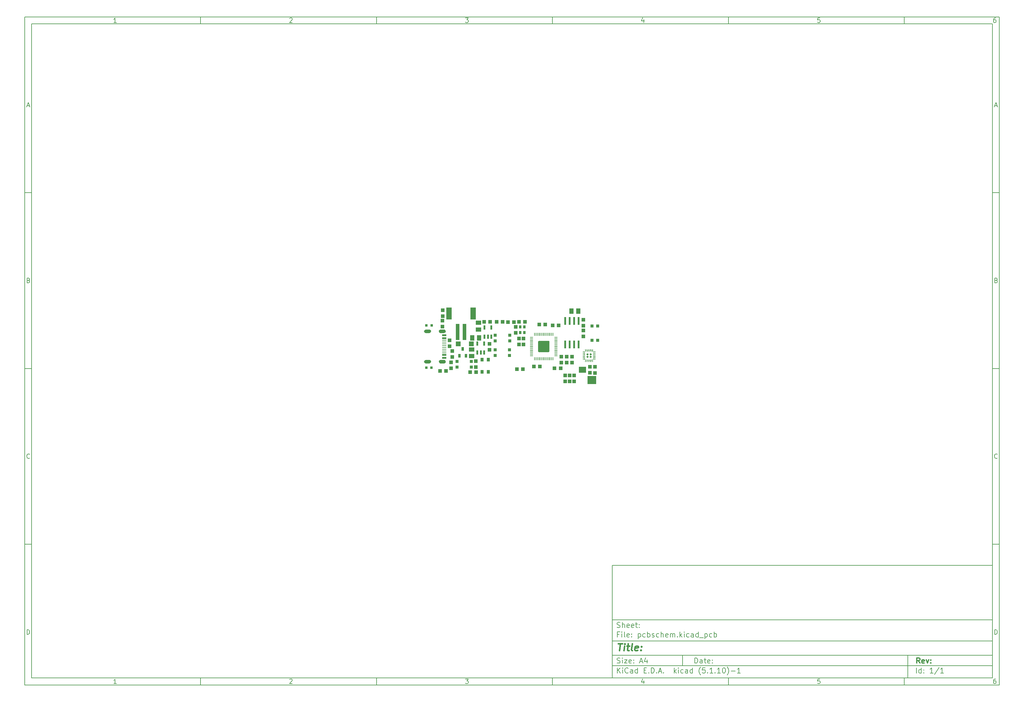
<source format=gbr>
%TF.GenerationSoftware,KiCad,Pcbnew,(5.1.10)-1*%
%TF.CreationDate,2021-10-05T18:10:51-07:00*%
%TF.ProjectId,pcbschem,70636273-6368-4656-9d2e-6b696361645f,rev?*%
%TF.SameCoordinates,Original*%
%TF.FileFunction,Paste,Top*%
%TF.FilePolarity,Positive*%
%FSLAX46Y46*%
G04 Gerber Fmt 4.6, Leading zero omitted, Abs format (unit mm)*
G04 Created by KiCad (PCBNEW (5.1.10)-1) date 2021-10-05 18:10:51*
%MOMM*%
%LPD*%
G01*
G04 APERTURE LIST*
%ADD10C,0.100000*%
%ADD11C,0.150000*%
%ADD12C,0.300000*%
%ADD13C,0.400000*%
%ADD14R,0.850000X1.000000*%
%ADD15R,0.900000X0.900000*%
%ADD16R,1.000000X1.100000*%
%ADD17R,0.250000X0.500000*%
%ADD18R,0.500000X0.250000*%
%ADD19R,0.050000X0.050000*%
%ADD20R,0.080000X0.130000*%
%ADD21R,0.130000X0.080000*%
%ADD22R,0.635000X1.270000*%
%ADD23R,1.000000X1.075000*%
%ADD24R,1.075000X1.000000*%
%ADD25R,0.200000X0.875000*%
%ADD26R,0.875000X0.200000*%
%ADD27R,0.750000X0.900000*%
%ADD28R,1.150000X0.575000*%
%ADD29R,1.150000X0.275000*%
%ADD30R,0.635000X1.016000*%
%ADD31R,0.800000X0.800000*%
%ADD32R,1.400000X1.400000*%
%ADD33R,1.240000X1.500000*%
%ADD34R,0.600000X2.200000*%
%ADD35R,1.500000X1.240000*%
%ADD36R,0.550000X1.200000*%
%ADD37R,1.000000X4.600000*%
%ADD38R,1.600000X3.400000*%
G04 APERTURE END LIST*
D10*
D11*
X177002200Y-166007200D02*
X177002200Y-198007200D01*
X285002200Y-198007200D01*
X285002200Y-166007200D01*
X177002200Y-166007200D01*
D10*
D11*
X10000000Y-10000000D02*
X10000000Y-200007200D01*
X287002200Y-200007200D01*
X287002200Y-10000000D01*
X10000000Y-10000000D01*
D10*
D11*
X12000000Y-12000000D02*
X12000000Y-198007200D01*
X285002200Y-198007200D01*
X285002200Y-12000000D01*
X12000000Y-12000000D01*
D10*
D11*
X60000000Y-12000000D02*
X60000000Y-10000000D01*
D10*
D11*
X110000000Y-12000000D02*
X110000000Y-10000000D01*
D10*
D11*
X160000000Y-12000000D02*
X160000000Y-10000000D01*
D10*
D11*
X210000000Y-12000000D02*
X210000000Y-10000000D01*
D10*
D11*
X260000000Y-12000000D02*
X260000000Y-10000000D01*
D10*
D11*
X36065476Y-11588095D02*
X35322619Y-11588095D01*
X35694047Y-11588095D02*
X35694047Y-10288095D01*
X35570238Y-10473809D01*
X35446428Y-10597619D01*
X35322619Y-10659523D01*
D10*
D11*
X85322619Y-10411904D02*
X85384523Y-10350000D01*
X85508333Y-10288095D01*
X85817857Y-10288095D01*
X85941666Y-10350000D01*
X86003571Y-10411904D01*
X86065476Y-10535714D01*
X86065476Y-10659523D01*
X86003571Y-10845238D01*
X85260714Y-11588095D01*
X86065476Y-11588095D01*
D10*
D11*
X135260714Y-10288095D02*
X136065476Y-10288095D01*
X135632142Y-10783333D01*
X135817857Y-10783333D01*
X135941666Y-10845238D01*
X136003571Y-10907142D01*
X136065476Y-11030952D01*
X136065476Y-11340476D01*
X136003571Y-11464285D01*
X135941666Y-11526190D01*
X135817857Y-11588095D01*
X135446428Y-11588095D01*
X135322619Y-11526190D01*
X135260714Y-11464285D01*
D10*
D11*
X185941666Y-10721428D02*
X185941666Y-11588095D01*
X185632142Y-10226190D02*
X185322619Y-11154761D01*
X186127380Y-11154761D01*
D10*
D11*
X236003571Y-10288095D02*
X235384523Y-10288095D01*
X235322619Y-10907142D01*
X235384523Y-10845238D01*
X235508333Y-10783333D01*
X235817857Y-10783333D01*
X235941666Y-10845238D01*
X236003571Y-10907142D01*
X236065476Y-11030952D01*
X236065476Y-11340476D01*
X236003571Y-11464285D01*
X235941666Y-11526190D01*
X235817857Y-11588095D01*
X235508333Y-11588095D01*
X235384523Y-11526190D01*
X235322619Y-11464285D01*
D10*
D11*
X285941666Y-10288095D02*
X285694047Y-10288095D01*
X285570238Y-10350000D01*
X285508333Y-10411904D01*
X285384523Y-10597619D01*
X285322619Y-10845238D01*
X285322619Y-11340476D01*
X285384523Y-11464285D01*
X285446428Y-11526190D01*
X285570238Y-11588095D01*
X285817857Y-11588095D01*
X285941666Y-11526190D01*
X286003571Y-11464285D01*
X286065476Y-11340476D01*
X286065476Y-11030952D01*
X286003571Y-10907142D01*
X285941666Y-10845238D01*
X285817857Y-10783333D01*
X285570238Y-10783333D01*
X285446428Y-10845238D01*
X285384523Y-10907142D01*
X285322619Y-11030952D01*
D10*
D11*
X60000000Y-198007200D02*
X60000000Y-200007200D01*
D10*
D11*
X110000000Y-198007200D02*
X110000000Y-200007200D01*
D10*
D11*
X160000000Y-198007200D02*
X160000000Y-200007200D01*
D10*
D11*
X210000000Y-198007200D02*
X210000000Y-200007200D01*
D10*
D11*
X260000000Y-198007200D02*
X260000000Y-200007200D01*
D10*
D11*
X36065476Y-199595295D02*
X35322619Y-199595295D01*
X35694047Y-199595295D02*
X35694047Y-198295295D01*
X35570238Y-198481009D01*
X35446428Y-198604819D01*
X35322619Y-198666723D01*
D10*
D11*
X85322619Y-198419104D02*
X85384523Y-198357200D01*
X85508333Y-198295295D01*
X85817857Y-198295295D01*
X85941666Y-198357200D01*
X86003571Y-198419104D01*
X86065476Y-198542914D01*
X86065476Y-198666723D01*
X86003571Y-198852438D01*
X85260714Y-199595295D01*
X86065476Y-199595295D01*
D10*
D11*
X135260714Y-198295295D02*
X136065476Y-198295295D01*
X135632142Y-198790533D01*
X135817857Y-198790533D01*
X135941666Y-198852438D01*
X136003571Y-198914342D01*
X136065476Y-199038152D01*
X136065476Y-199347676D01*
X136003571Y-199471485D01*
X135941666Y-199533390D01*
X135817857Y-199595295D01*
X135446428Y-199595295D01*
X135322619Y-199533390D01*
X135260714Y-199471485D01*
D10*
D11*
X185941666Y-198728628D02*
X185941666Y-199595295D01*
X185632142Y-198233390D02*
X185322619Y-199161961D01*
X186127380Y-199161961D01*
D10*
D11*
X236003571Y-198295295D02*
X235384523Y-198295295D01*
X235322619Y-198914342D01*
X235384523Y-198852438D01*
X235508333Y-198790533D01*
X235817857Y-198790533D01*
X235941666Y-198852438D01*
X236003571Y-198914342D01*
X236065476Y-199038152D01*
X236065476Y-199347676D01*
X236003571Y-199471485D01*
X235941666Y-199533390D01*
X235817857Y-199595295D01*
X235508333Y-199595295D01*
X235384523Y-199533390D01*
X235322619Y-199471485D01*
D10*
D11*
X285941666Y-198295295D02*
X285694047Y-198295295D01*
X285570238Y-198357200D01*
X285508333Y-198419104D01*
X285384523Y-198604819D01*
X285322619Y-198852438D01*
X285322619Y-199347676D01*
X285384523Y-199471485D01*
X285446428Y-199533390D01*
X285570238Y-199595295D01*
X285817857Y-199595295D01*
X285941666Y-199533390D01*
X286003571Y-199471485D01*
X286065476Y-199347676D01*
X286065476Y-199038152D01*
X286003571Y-198914342D01*
X285941666Y-198852438D01*
X285817857Y-198790533D01*
X285570238Y-198790533D01*
X285446428Y-198852438D01*
X285384523Y-198914342D01*
X285322619Y-199038152D01*
D10*
D11*
X10000000Y-60000000D02*
X12000000Y-60000000D01*
D10*
D11*
X10000000Y-110000000D02*
X12000000Y-110000000D01*
D10*
D11*
X10000000Y-160000000D02*
X12000000Y-160000000D01*
D10*
D11*
X10690476Y-35216666D02*
X11309523Y-35216666D01*
X10566666Y-35588095D02*
X11000000Y-34288095D01*
X11433333Y-35588095D01*
D10*
D11*
X11092857Y-84907142D02*
X11278571Y-84969047D01*
X11340476Y-85030952D01*
X11402380Y-85154761D01*
X11402380Y-85340476D01*
X11340476Y-85464285D01*
X11278571Y-85526190D01*
X11154761Y-85588095D01*
X10659523Y-85588095D01*
X10659523Y-84288095D01*
X11092857Y-84288095D01*
X11216666Y-84350000D01*
X11278571Y-84411904D01*
X11340476Y-84535714D01*
X11340476Y-84659523D01*
X11278571Y-84783333D01*
X11216666Y-84845238D01*
X11092857Y-84907142D01*
X10659523Y-84907142D01*
D10*
D11*
X11402380Y-135464285D02*
X11340476Y-135526190D01*
X11154761Y-135588095D01*
X11030952Y-135588095D01*
X10845238Y-135526190D01*
X10721428Y-135402380D01*
X10659523Y-135278571D01*
X10597619Y-135030952D01*
X10597619Y-134845238D01*
X10659523Y-134597619D01*
X10721428Y-134473809D01*
X10845238Y-134350000D01*
X11030952Y-134288095D01*
X11154761Y-134288095D01*
X11340476Y-134350000D01*
X11402380Y-134411904D01*
D10*
D11*
X10659523Y-185588095D02*
X10659523Y-184288095D01*
X10969047Y-184288095D01*
X11154761Y-184350000D01*
X11278571Y-184473809D01*
X11340476Y-184597619D01*
X11402380Y-184845238D01*
X11402380Y-185030952D01*
X11340476Y-185278571D01*
X11278571Y-185402380D01*
X11154761Y-185526190D01*
X10969047Y-185588095D01*
X10659523Y-185588095D01*
D10*
D11*
X287002200Y-60000000D02*
X285002200Y-60000000D01*
D10*
D11*
X287002200Y-110000000D02*
X285002200Y-110000000D01*
D10*
D11*
X287002200Y-160000000D02*
X285002200Y-160000000D01*
D10*
D11*
X285692676Y-35216666D02*
X286311723Y-35216666D01*
X285568866Y-35588095D02*
X286002200Y-34288095D01*
X286435533Y-35588095D01*
D10*
D11*
X286095057Y-84907142D02*
X286280771Y-84969047D01*
X286342676Y-85030952D01*
X286404580Y-85154761D01*
X286404580Y-85340476D01*
X286342676Y-85464285D01*
X286280771Y-85526190D01*
X286156961Y-85588095D01*
X285661723Y-85588095D01*
X285661723Y-84288095D01*
X286095057Y-84288095D01*
X286218866Y-84350000D01*
X286280771Y-84411904D01*
X286342676Y-84535714D01*
X286342676Y-84659523D01*
X286280771Y-84783333D01*
X286218866Y-84845238D01*
X286095057Y-84907142D01*
X285661723Y-84907142D01*
D10*
D11*
X286404580Y-135464285D02*
X286342676Y-135526190D01*
X286156961Y-135588095D01*
X286033152Y-135588095D01*
X285847438Y-135526190D01*
X285723628Y-135402380D01*
X285661723Y-135278571D01*
X285599819Y-135030952D01*
X285599819Y-134845238D01*
X285661723Y-134597619D01*
X285723628Y-134473809D01*
X285847438Y-134350000D01*
X286033152Y-134288095D01*
X286156961Y-134288095D01*
X286342676Y-134350000D01*
X286404580Y-134411904D01*
D10*
D11*
X285661723Y-185588095D02*
X285661723Y-184288095D01*
X285971247Y-184288095D01*
X286156961Y-184350000D01*
X286280771Y-184473809D01*
X286342676Y-184597619D01*
X286404580Y-184845238D01*
X286404580Y-185030952D01*
X286342676Y-185278571D01*
X286280771Y-185402380D01*
X286156961Y-185526190D01*
X285971247Y-185588095D01*
X285661723Y-185588095D01*
D10*
D11*
X200434342Y-193785771D02*
X200434342Y-192285771D01*
X200791485Y-192285771D01*
X201005771Y-192357200D01*
X201148628Y-192500057D01*
X201220057Y-192642914D01*
X201291485Y-192928628D01*
X201291485Y-193142914D01*
X201220057Y-193428628D01*
X201148628Y-193571485D01*
X201005771Y-193714342D01*
X200791485Y-193785771D01*
X200434342Y-193785771D01*
X202577200Y-193785771D02*
X202577200Y-193000057D01*
X202505771Y-192857200D01*
X202362914Y-192785771D01*
X202077200Y-192785771D01*
X201934342Y-192857200D01*
X202577200Y-193714342D02*
X202434342Y-193785771D01*
X202077200Y-193785771D01*
X201934342Y-193714342D01*
X201862914Y-193571485D01*
X201862914Y-193428628D01*
X201934342Y-193285771D01*
X202077200Y-193214342D01*
X202434342Y-193214342D01*
X202577200Y-193142914D01*
X203077200Y-192785771D02*
X203648628Y-192785771D01*
X203291485Y-192285771D02*
X203291485Y-193571485D01*
X203362914Y-193714342D01*
X203505771Y-193785771D01*
X203648628Y-193785771D01*
X204720057Y-193714342D02*
X204577200Y-193785771D01*
X204291485Y-193785771D01*
X204148628Y-193714342D01*
X204077200Y-193571485D01*
X204077200Y-193000057D01*
X204148628Y-192857200D01*
X204291485Y-192785771D01*
X204577200Y-192785771D01*
X204720057Y-192857200D01*
X204791485Y-193000057D01*
X204791485Y-193142914D01*
X204077200Y-193285771D01*
X205434342Y-193642914D02*
X205505771Y-193714342D01*
X205434342Y-193785771D01*
X205362914Y-193714342D01*
X205434342Y-193642914D01*
X205434342Y-193785771D01*
X205434342Y-192857200D02*
X205505771Y-192928628D01*
X205434342Y-193000057D01*
X205362914Y-192928628D01*
X205434342Y-192857200D01*
X205434342Y-193000057D01*
D10*
D11*
X177002200Y-194507200D02*
X285002200Y-194507200D01*
D10*
D11*
X178434342Y-196585771D02*
X178434342Y-195085771D01*
X179291485Y-196585771D02*
X178648628Y-195728628D01*
X179291485Y-195085771D02*
X178434342Y-195942914D01*
X179934342Y-196585771D02*
X179934342Y-195585771D01*
X179934342Y-195085771D02*
X179862914Y-195157200D01*
X179934342Y-195228628D01*
X180005771Y-195157200D01*
X179934342Y-195085771D01*
X179934342Y-195228628D01*
X181505771Y-196442914D02*
X181434342Y-196514342D01*
X181220057Y-196585771D01*
X181077200Y-196585771D01*
X180862914Y-196514342D01*
X180720057Y-196371485D01*
X180648628Y-196228628D01*
X180577200Y-195942914D01*
X180577200Y-195728628D01*
X180648628Y-195442914D01*
X180720057Y-195300057D01*
X180862914Y-195157200D01*
X181077200Y-195085771D01*
X181220057Y-195085771D01*
X181434342Y-195157200D01*
X181505771Y-195228628D01*
X182791485Y-196585771D02*
X182791485Y-195800057D01*
X182720057Y-195657200D01*
X182577200Y-195585771D01*
X182291485Y-195585771D01*
X182148628Y-195657200D01*
X182791485Y-196514342D02*
X182648628Y-196585771D01*
X182291485Y-196585771D01*
X182148628Y-196514342D01*
X182077200Y-196371485D01*
X182077200Y-196228628D01*
X182148628Y-196085771D01*
X182291485Y-196014342D01*
X182648628Y-196014342D01*
X182791485Y-195942914D01*
X184148628Y-196585771D02*
X184148628Y-195085771D01*
X184148628Y-196514342D02*
X184005771Y-196585771D01*
X183720057Y-196585771D01*
X183577200Y-196514342D01*
X183505771Y-196442914D01*
X183434342Y-196300057D01*
X183434342Y-195871485D01*
X183505771Y-195728628D01*
X183577200Y-195657200D01*
X183720057Y-195585771D01*
X184005771Y-195585771D01*
X184148628Y-195657200D01*
X186005771Y-195800057D02*
X186505771Y-195800057D01*
X186720057Y-196585771D02*
X186005771Y-196585771D01*
X186005771Y-195085771D01*
X186720057Y-195085771D01*
X187362914Y-196442914D02*
X187434342Y-196514342D01*
X187362914Y-196585771D01*
X187291485Y-196514342D01*
X187362914Y-196442914D01*
X187362914Y-196585771D01*
X188077200Y-196585771D02*
X188077200Y-195085771D01*
X188434342Y-195085771D01*
X188648628Y-195157200D01*
X188791485Y-195300057D01*
X188862914Y-195442914D01*
X188934342Y-195728628D01*
X188934342Y-195942914D01*
X188862914Y-196228628D01*
X188791485Y-196371485D01*
X188648628Y-196514342D01*
X188434342Y-196585771D01*
X188077200Y-196585771D01*
X189577200Y-196442914D02*
X189648628Y-196514342D01*
X189577200Y-196585771D01*
X189505771Y-196514342D01*
X189577200Y-196442914D01*
X189577200Y-196585771D01*
X190220057Y-196157200D02*
X190934342Y-196157200D01*
X190077200Y-196585771D02*
X190577200Y-195085771D01*
X191077200Y-196585771D01*
X191577200Y-196442914D02*
X191648628Y-196514342D01*
X191577200Y-196585771D01*
X191505771Y-196514342D01*
X191577200Y-196442914D01*
X191577200Y-196585771D01*
X194577200Y-196585771D02*
X194577200Y-195085771D01*
X194720057Y-196014342D02*
X195148628Y-196585771D01*
X195148628Y-195585771D02*
X194577200Y-196157200D01*
X195791485Y-196585771D02*
X195791485Y-195585771D01*
X195791485Y-195085771D02*
X195720057Y-195157200D01*
X195791485Y-195228628D01*
X195862914Y-195157200D01*
X195791485Y-195085771D01*
X195791485Y-195228628D01*
X197148628Y-196514342D02*
X197005771Y-196585771D01*
X196720057Y-196585771D01*
X196577200Y-196514342D01*
X196505771Y-196442914D01*
X196434342Y-196300057D01*
X196434342Y-195871485D01*
X196505771Y-195728628D01*
X196577200Y-195657200D01*
X196720057Y-195585771D01*
X197005771Y-195585771D01*
X197148628Y-195657200D01*
X198434342Y-196585771D02*
X198434342Y-195800057D01*
X198362914Y-195657200D01*
X198220057Y-195585771D01*
X197934342Y-195585771D01*
X197791485Y-195657200D01*
X198434342Y-196514342D02*
X198291485Y-196585771D01*
X197934342Y-196585771D01*
X197791485Y-196514342D01*
X197720057Y-196371485D01*
X197720057Y-196228628D01*
X197791485Y-196085771D01*
X197934342Y-196014342D01*
X198291485Y-196014342D01*
X198434342Y-195942914D01*
X199791485Y-196585771D02*
X199791485Y-195085771D01*
X199791485Y-196514342D02*
X199648628Y-196585771D01*
X199362914Y-196585771D01*
X199220057Y-196514342D01*
X199148628Y-196442914D01*
X199077200Y-196300057D01*
X199077200Y-195871485D01*
X199148628Y-195728628D01*
X199220057Y-195657200D01*
X199362914Y-195585771D01*
X199648628Y-195585771D01*
X199791485Y-195657200D01*
X202077200Y-197157200D02*
X202005771Y-197085771D01*
X201862914Y-196871485D01*
X201791485Y-196728628D01*
X201720057Y-196514342D01*
X201648628Y-196157200D01*
X201648628Y-195871485D01*
X201720057Y-195514342D01*
X201791485Y-195300057D01*
X201862914Y-195157200D01*
X202005771Y-194942914D01*
X202077200Y-194871485D01*
X203362914Y-195085771D02*
X202648628Y-195085771D01*
X202577200Y-195800057D01*
X202648628Y-195728628D01*
X202791485Y-195657200D01*
X203148628Y-195657200D01*
X203291485Y-195728628D01*
X203362914Y-195800057D01*
X203434342Y-195942914D01*
X203434342Y-196300057D01*
X203362914Y-196442914D01*
X203291485Y-196514342D01*
X203148628Y-196585771D01*
X202791485Y-196585771D01*
X202648628Y-196514342D01*
X202577200Y-196442914D01*
X204077200Y-196442914D02*
X204148628Y-196514342D01*
X204077200Y-196585771D01*
X204005771Y-196514342D01*
X204077200Y-196442914D01*
X204077200Y-196585771D01*
X205577200Y-196585771D02*
X204720057Y-196585771D01*
X205148628Y-196585771D02*
X205148628Y-195085771D01*
X205005771Y-195300057D01*
X204862914Y-195442914D01*
X204720057Y-195514342D01*
X206220057Y-196442914D02*
X206291485Y-196514342D01*
X206220057Y-196585771D01*
X206148628Y-196514342D01*
X206220057Y-196442914D01*
X206220057Y-196585771D01*
X207720057Y-196585771D02*
X206862914Y-196585771D01*
X207291485Y-196585771D02*
X207291485Y-195085771D01*
X207148628Y-195300057D01*
X207005771Y-195442914D01*
X206862914Y-195514342D01*
X208648628Y-195085771D02*
X208791485Y-195085771D01*
X208934342Y-195157200D01*
X209005771Y-195228628D01*
X209077200Y-195371485D01*
X209148628Y-195657200D01*
X209148628Y-196014342D01*
X209077200Y-196300057D01*
X209005771Y-196442914D01*
X208934342Y-196514342D01*
X208791485Y-196585771D01*
X208648628Y-196585771D01*
X208505771Y-196514342D01*
X208434342Y-196442914D01*
X208362914Y-196300057D01*
X208291485Y-196014342D01*
X208291485Y-195657200D01*
X208362914Y-195371485D01*
X208434342Y-195228628D01*
X208505771Y-195157200D01*
X208648628Y-195085771D01*
X209648628Y-197157200D02*
X209720057Y-197085771D01*
X209862914Y-196871485D01*
X209934342Y-196728628D01*
X210005771Y-196514342D01*
X210077200Y-196157200D01*
X210077200Y-195871485D01*
X210005771Y-195514342D01*
X209934342Y-195300057D01*
X209862914Y-195157200D01*
X209720057Y-194942914D01*
X209648628Y-194871485D01*
X210791485Y-196014342D02*
X211934342Y-196014342D01*
X213434342Y-196585771D02*
X212577200Y-196585771D01*
X213005771Y-196585771D02*
X213005771Y-195085771D01*
X212862914Y-195300057D01*
X212720057Y-195442914D01*
X212577200Y-195514342D01*
D10*
D11*
X177002200Y-191507200D02*
X285002200Y-191507200D01*
D10*
D12*
X264411485Y-193785771D02*
X263911485Y-193071485D01*
X263554342Y-193785771D02*
X263554342Y-192285771D01*
X264125771Y-192285771D01*
X264268628Y-192357200D01*
X264340057Y-192428628D01*
X264411485Y-192571485D01*
X264411485Y-192785771D01*
X264340057Y-192928628D01*
X264268628Y-193000057D01*
X264125771Y-193071485D01*
X263554342Y-193071485D01*
X265625771Y-193714342D02*
X265482914Y-193785771D01*
X265197200Y-193785771D01*
X265054342Y-193714342D01*
X264982914Y-193571485D01*
X264982914Y-193000057D01*
X265054342Y-192857200D01*
X265197200Y-192785771D01*
X265482914Y-192785771D01*
X265625771Y-192857200D01*
X265697200Y-193000057D01*
X265697200Y-193142914D01*
X264982914Y-193285771D01*
X266197200Y-192785771D02*
X266554342Y-193785771D01*
X266911485Y-192785771D01*
X267482914Y-193642914D02*
X267554342Y-193714342D01*
X267482914Y-193785771D01*
X267411485Y-193714342D01*
X267482914Y-193642914D01*
X267482914Y-193785771D01*
X267482914Y-192857200D02*
X267554342Y-192928628D01*
X267482914Y-193000057D01*
X267411485Y-192928628D01*
X267482914Y-192857200D01*
X267482914Y-193000057D01*
D10*
D11*
X178362914Y-193714342D02*
X178577200Y-193785771D01*
X178934342Y-193785771D01*
X179077200Y-193714342D01*
X179148628Y-193642914D01*
X179220057Y-193500057D01*
X179220057Y-193357200D01*
X179148628Y-193214342D01*
X179077200Y-193142914D01*
X178934342Y-193071485D01*
X178648628Y-193000057D01*
X178505771Y-192928628D01*
X178434342Y-192857200D01*
X178362914Y-192714342D01*
X178362914Y-192571485D01*
X178434342Y-192428628D01*
X178505771Y-192357200D01*
X178648628Y-192285771D01*
X179005771Y-192285771D01*
X179220057Y-192357200D01*
X179862914Y-193785771D02*
X179862914Y-192785771D01*
X179862914Y-192285771D02*
X179791485Y-192357200D01*
X179862914Y-192428628D01*
X179934342Y-192357200D01*
X179862914Y-192285771D01*
X179862914Y-192428628D01*
X180434342Y-192785771D02*
X181220057Y-192785771D01*
X180434342Y-193785771D01*
X181220057Y-193785771D01*
X182362914Y-193714342D02*
X182220057Y-193785771D01*
X181934342Y-193785771D01*
X181791485Y-193714342D01*
X181720057Y-193571485D01*
X181720057Y-193000057D01*
X181791485Y-192857200D01*
X181934342Y-192785771D01*
X182220057Y-192785771D01*
X182362914Y-192857200D01*
X182434342Y-193000057D01*
X182434342Y-193142914D01*
X181720057Y-193285771D01*
X183077200Y-193642914D02*
X183148628Y-193714342D01*
X183077200Y-193785771D01*
X183005771Y-193714342D01*
X183077200Y-193642914D01*
X183077200Y-193785771D01*
X183077200Y-192857200D02*
X183148628Y-192928628D01*
X183077200Y-193000057D01*
X183005771Y-192928628D01*
X183077200Y-192857200D01*
X183077200Y-193000057D01*
X184862914Y-193357200D02*
X185577200Y-193357200D01*
X184720057Y-193785771D02*
X185220057Y-192285771D01*
X185720057Y-193785771D01*
X186862914Y-192785771D02*
X186862914Y-193785771D01*
X186505771Y-192214342D02*
X186148628Y-193285771D01*
X187077200Y-193285771D01*
D10*
D11*
X263434342Y-196585771D02*
X263434342Y-195085771D01*
X264791485Y-196585771D02*
X264791485Y-195085771D01*
X264791485Y-196514342D02*
X264648628Y-196585771D01*
X264362914Y-196585771D01*
X264220057Y-196514342D01*
X264148628Y-196442914D01*
X264077200Y-196300057D01*
X264077200Y-195871485D01*
X264148628Y-195728628D01*
X264220057Y-195657200D01*
X264362914Y-195585771D01*
X264648628Y-195585771D01*
X264791485Y-195657200D01*
X265505771Y-196442914D02*
X265577200Y-196514342D01*
X265505771Y-196585771D01*
X265434342Y-196514342D01*
X265505771Y-196442914D01*
X265505771Y-196585771D01*
X265505771Y-195657200D02*
X265577200Y-195728628D01*
X265505771Y-195800057D01*
X265434342Y-195728628D01*
X265505771Y-195657200D01*
X265505771Y-195800057D01*
X268148628Y-196585771D02*
X267291485Y-196585771D01*
X267720057Y-196585771D02*
X267720057Y-195085771D01*
X267577200Y-195300057D01*
X267434342Y-195442914D01*
X267291485Y-195514342D01*
X269862914Y-195014342D02*
X268577200Y-196942914D01*
X271148628Y-196585771D02*
X270291485Y-196585771D01*
X270720057Y-196585771D02*
X270720057Y-195085771D01*
X270577200Y-195300057D01*
X270434342Y-195442914D01*
X270291485Y-195514342D01*
D10*
D11*
X177002200Y-187507200D02*
X285002200Y-187507200D01*
D10*
D13*
X178714580Y-188211961D02*
X179857438Y-188211961D01*
X179036009Y-190211961D02*
X179286009Y-188211961D01*
X180274104Y-190211961D02*
X180440771Y-188878628D01*
X180524104Y-188211961D02*
X180416961Y-188307200D01*
X180500295Y-188402438D01*
X180607438Y-188307200D01*
X180524104Y-188211961D01*
X180500295Y-188402438D01*
X181107438Y-188878628D02*
X181869342Y-188878628D01*
X181476485Y-188211961D02*
X181262200Y-189926247D01*
X181333628Y-190116723D01*
X181512200Y-190211961D01*
X181702676Y-190211961D01*
X182655057Y-190211961D02*
X182476485Y-190116723D01*
X182405057Y-189926247D01*
X182619342Y-188211961D01*
X184190771Y-190116723D02*
X183988390Y-190211961D01*
X183607438Y-190211961D01*
X183428866Y-190116723D01*
X183357438Y-189926247D01*
X183452676Y-189164342D01*
X183571723Y-188973866D01*
X183774104Y-188878628D01*
X184155057Y-188878628D01*
X184333628Y-188973866D01*
X184405057Y-189164342D01*
X184381247Y-189354819D01*
X183405057Y-189545295D01*
X185155057Y-190021485D02*
X185238390Y-190116723D01*
X185131247Y-190211961D01*
X185047914Y-190116723D01*
X185155057Y-190021485D01*
X185131247Y-190211961D01*
X185286009Y-188973866D02*
X185369342Y-189069104D01*
X185262200Y-189164342D01*
X185178866Y-189069104D01*
X185286009Y-188973866D01*
X185262200Y-189164342D01*
D10*
D11*
X178934342Y-185600057D02*
X178434342Y-185600057D01*
X178434342Y-186385771D02*
X178434342Y-184885771D01*
X179148628Y-184885771D01*
X179720057Y-186385771D02*
X179720057Y-185385771D01*
X179720057Y-184885771D02*
X179648628Y-184957200D01*
X179720057Y-185028628D01*
X179791485Y-184957200D01*
X179720057Y-184885771D01*
X179720057Y-185028628D01*
X180648628Y-186385771D02*
X180505771Y-186314342D01*
X180434342Y-186171485D01*
X180434342Y-184885771D01*
X181791485Y-186314342D02*
X181648628Y-186385771D01*
X181362914Y-186385771D01*
X181220057Y-186314342D01*
X181148628Y-186171485D01*
X181148628Y-185600057D01*
X181220057Y-185457200D01*
X181362914Y-185385771D01*
X181648628Y-185385771D01*
X181791485Y-185457200D01*
X181862914Y-185600057D01*
X181862914Y-185742914D01*
X181148628Y-185885771D01*
X182505771Y-186242914D02*
X182577200Y-186314342D01*
X182505771Y-186385771D01*
X182434342Y-186314342D01*
X182505771Y-186242914D01*
X182505771Y-186385771D01*
X182505771Y-185457200D02*
X182577200Y-185528628D01*
X182505771Y-185600057D01*
X182434342Y-185528628D01*
X182505771Y-185457200D01*
X182505771Y-185600057D01*
X184362914Y-185385771D02*
X184362914Y-186885771D01*
X184362914Y-185457200D02*
X184505771Y-185385771D01*
X184791485Y-185385771D01*
X184934342Y-185457200D01*
X185005771Y-185528628D01*
X185077200Y-185671485D01*
X185077200Y-186100057D01*
X185005771Y-186242914D01*
X184934342Y-186314342D01*
X184791485Y-186385771D01*
X184505771Y-186385771D01*
X184362914Y-186314342D01*
X186362914Y-186314342D02*
X186220057Y-186385771D01*
X185934342Y-186385771D01*
X185791485Y-186314342D01*
X185720057Y-186242914D01*
X185648628Y-186100057D01*
X185648628Y-185671485D01*
X185720057Y-185528628D01*
X185791485Y-185457200D01*
X185934342Y-185385771D01*
X186220057Y-185385771D01*
X186362914Y-185457200D01*
X187005771Y-186385771D02*
X187005771Y-184885771D01*
X187005771Y-185457200D02*
X187148628Y-185385771D01*
X187434342Y-185385771D01*
X187577200Y-185457200D01*
X187648628Y-185528628D01*
X187720057Y-185671485D01*
X187720057Y-186100057D01*
X187648628Y-186242914D01*
X187577200Y-186314342D01*
X187434342Y-186385771D01*
X187148628Y-186385771D01*
X187005771Y-186314342D01*
X188291485Y-186314342D02*
X188434342Y-186385771D01*
X188720057Y-186385771D01*
X188862914Y-186314342D01*
X188934342Y-186171485D01*
X188934342Y-186100057D01*
X188862914Y-185957200D01*
X188720057Y-185885771D01*
X188505771Y-185885771D01*
X188362914Y-185814342D01*
X188291485Y-185671485D01*
X188291485Y-185600057D01*
X188362914Y-185457200D01*
X188505771Y-185385771D01*
X188720057Y-185385771D01*
X188862914Y-185457200D01*
X190220057Y-186314342D02*
X190077200Y-186385771D01*
X189791485Y-186385771D01*
X189648628Y-186314342D01*
X189577200Y-186242914D01*
X189505771Y-186100057D01*
X189505771Y-185671485D01*
X189577200Y-185528628D01*
X189648628Y-185457200D01*
X189791485Y-185385771D01*
X190077200Y-185385771D01*
X190220057Y-185457200D01*
X190862914Y-186385771D02*
X190862914Y-184885771D01*
X191505771Y-186385771D02*
X191505771Y-185600057D01*
X191434342Y-185457200D01*
X191291485Y-185385771D01*
X191077200Y-185385771D01*
X190934342Y-185457200D01*
X190862914Y-185528628D01*
X192791485Y-186314342D02*
X192648628Y-186385771D01*
X192362914Y-186385771D01*
X192220057Y-186314342D01*
X192148628Y-186171485D01*
X192148628Y-185600057D01*
X192220057Y-185457200D01*
X192362914Y-185385771D01*
X192648628Y-185385771D01*
X192791485Y-185457200D01*
X192862914Y-185600057D01*
X192862914Y-185742914D01*
X192148628Y-185885771D01*
X193505771Y-186385771D02*
X193505771Y-185385771D01*
X193505771Y-185528628D02*
X193577200Y-185457200D01*
X193720057Y-185385771D01*
X193934342Y-185385771D01*
X194077200Y-185457200D01*
X194148628Y-185600057D01*
X194148628Y-186385771D01*
X194148628Y-185600057D02*
X194220057Y-185457200D01*
X194362914Y-185385771D01*
X194577200Y-185385771D01*
X194720057Y-185457200D01*
X194791485Y-185600057D01*
X194791485Y-186385771D01*
X195505771Y-186242914D02*
X195577200Y-186314342D01*
X195505771Y-186385771D01*
X195434342Y-186314342D01*
X195505771Y-186242914D01*
X195505771Y-186385771D01*
X196220057Y-186385771D02*
X196220057Y-184885771D01*
X196362914Y-185814342D02*
X196791485Y-186385771D01*
X196791485Y-185385771D02*
X196220057Y-185957200D01*
X197434342Y-186385771D02*
X197434342Y-185385771D01*
X197434342Y-184885771D02*
X197362914Y-184957200D01*
X197434342Y-185028628D01*
X197505771Y-184957200D01*
X197434342Y-184885771D01*
X197434342Y-185028628D01*
X198791485Y-186314342D02*
X198648628Y-186385771D01*
X198362914Y-186385771D01*
X198220057Y-186314342D01*
X198148628Y-186242914D01*
X198077200Y-186100057D01*
X198077200Y-185671485D01*
X198148628Y-185528628D01*
X198220057Y-185457200D01*
X198362914Y-185385771D01*
X198648628Y-185385771D01*
X198791485Y-185457200D01*
X200077200Y-186385771D02*
X200077200Y-185600057D01*
X200005771Y-185457200D01*
X199862914Y-185385771D01*
X199577200Y-185385771D01*
X199434342Y-185457200D01*
X200077200Y-186314342D02*
X199934342Y-186385771D01*
X199577200Y-186385771D01*
X199434342Y-186314342D01*
X199362914Y-186171485D01*
X199362914Y-186028628D01*
X199434342Y-185885771D01*
X199577200Y-185814342D01*
X199934342Y-185814342D01*
X200077200Y-185742914D01*
X201434342Y-186385771D02*
X201434342Y-184885771D01*
X201434342Y-186314342D02*
X201291485Y-186385771D01*
X201005771Y-186385771D01*
X200862914Y-186314342D01*
X200791485Y-186242914D01*
X200720057Y-186100057D01*
X200720057Y-185671485D01*
X200791485Y-185528628D01*
X200862914Y-185457200D01*
X201005771Y-185385771D01*
X201291485Y-185385771D01*
X201434342Y-185457200D01*
X201791485Y-186528628D02*
X202934342Y-186528628D01*
X203291485Y-185385771D02*
X203291485Y-186885771D01*
X203291485Y-185457200D02*
X203434342Y-185385771D01*
X203720057Y-185385771D01*
X203862914Y-185457200D01*
X203934342Y-185528628D01*
X204005771Y-185671485D01*
X204005771Y-186100057D01*
X203934342Y-186242914D01*
X203862914Y-186314342D01*
X203720057Y-186385771D01*
X203434342Y-186385771D01*
X203291485Y-186314342D01*
X205291485Y-186314342D02*
X205148628Y-186385771D01*
X204862914Y-186385771D01*
X204720057Y-186314342D01*
X204648628Y-186242914D01*
X204577200Y-186100057D01*
X204577200Y-185671485D01*
X204648628Y-185528628D01*
X204720057Y-185457200D01*
X204862914Y-185385771D01*
X205148628Y-185385771D01*
X205291485Y-185457200D01*
X205934342Y-186385771D02*
X205934342Y-184885771D01*
X205934342Y-185457200D02*
X206077200Y-185385771D01*
X206362914Y-185385771D01*
X206505771Y-185457200D01*
X206577200Y-185528628D01*
X206648628Y-185671485D01*
X206648628Y-186100057D01*
X206577200Y-186242914D01*
X206505771Y-186314342D01*
X206362914Y-186385771D01*
X206077200Y-186385771D01*
X205934342Y-186314342D01*
D10*
D11*
X177002200Y-181507200D02*
X285002200Y-181507200D01*
D10*
D11*
X178362914Y-183614342D02*
X178577200Y-183685771D01*
X178934342Y-183685771D01*
X179077200Y-183614342D01*
X179148628Y-183542914D01*
X179220057Y-183400057D01*
X179220057Y-183257200D01*
X179148628Y-183114342D01*
X179077200Y-183042914D01*
X178934342Y-182971485D01*
X178648628Y-182900057D01*
X178505771Y-182828628D01*
X178434342Y-182757200D01*
X178362914Y-182614342D01*
X178362914Y-182471485D01*
X178434342Y-182328628D01*
X178505771Y-182257200D01*
X178648628Y-182185771D01*
X179005771Y-182185771D01*
X179220057Y-182257200D01*
X179862914Y-183685771D02*
X179862914Y-182185771D01*
X180505771Y-183685771D02*
X180505771Y-182900057D01*
X180434342Y-182757200D01*
X180291485Y-182685771D01*
X180077200Y-182685771D01*
X179934342Y-182757200D01*
X179862914Y-182828628D01*
X181791485Y-183614342D02*
X181648628Y-183685771D01*
X181362914Y-183685771D01*
X181220057Y-183614342D01*
X181148628Y-183471485D01*
X181148628Y-182900057D01*
X181220057Y-182757200D01*
X181362914Y-182685771D01*
X181648628Y-182685771D01*
X181791485Y-182757200D01*
X181862914Y-182900057D01*
X181862914Y-183042914D01*
X181148628Y-183185771D01*
X183077200Y-183614342D02*
X182934342Y-183685771D01*
X182648628Y-183685771D01*
X182505771Y-183614342D01*
X182434342Y-183471485D01*
X182434342Y-182900057D01*
X182505771Y-182757200D01*
X182648628Y-182685771D01*
X182934342Y-182685771D01*
X183077200Y-182757200D01*
X183148628Y-182900057D01*
X183148628Y-183042914D01*
X182434342Y-183185771D01*
X183577200Y-182685771D02*
X184148628Y-182685771D01*
X183791485Y-182185771D02*
X183791485Y-183471485D01*
X183862914Y-183614342D01*
X184005771Y-183685771D01*
X184148628Y-183685771D01*
X184648628Y-183542914D02*
X184720057Y-183614342D01*
X184648628Y-183685771D01*
X184577200Y-183614342D01*
X184648628Y-183542914D01*
X184648628Y-183685771D01*
X184648628Y-182757200D02*
X184720057Y-182828628D01*
X184648628Y-182900057D01*
X184577200Y-182828628D01*
X184648628Y-182757200D01*
X184648628Y-182900057D01*
D10*
D11*
X197002200Y-191507200D02*
X197002200Y-194507200D01*
D10*
D11*
X261002200Y-191507200D02*
X261002200Y-198007200D01*
D12*
%TO.C,U1*%
X171003700Y-106653600D02*
G75*
G03*
X171003700Y-106653600I-150000J0D01*
G01*
X170103700Y-106653600D02*
G75*
G03*
X170103700Y-106653600I-150000J0D01*
G01*
X171003700Y-105953600D02*
G75*
G03*
X171003700Y-105953600I-150000J0D01*
G01*
X170103700Y-105953600D02*
G75*
G03*
X170103700Y-105953600I-150000J0D01*
G01*
D10*
%TO.C,SJ1*%
G36*
X172389200Y-112147000D02*
G01*
X169950800Y-112147000D01*
X169950800Y-114433000D01*
X172389200Y-114433000D01*
X172389200Y-112147000D01*
G37*
%TO.C,SJ2*%
G36*
X169536000Y-111225200D02*
G01*
X169536000Y-109523400D01*
X167529400Y-109523400D01*
X167529400Y-111225200D01*
X169536000Y-111225200D01*
G37*
%TO.C,X6*%
G36*
X124015500Y-98920300D02*
G01*
X124980700Y-98920300D01*
X125137681Y-98945163D01*
X125279295Y-99017319D01*
X125391681Y-99129705D01*
X125488700Y-99428300D01*
X125451964Y-99612983D01*
X125347350Y-99769550D01*
X125006100Y-99910900D01*
X123990100Y-99910900D01*
X123805417Y-99874164D01*
X123648850Y-99769550D01*
X123507500Y-99428300D01*
X123532363Y-99271319D01*
X123604519Y-99129705D01*
X123716905Y-99017319D01*
X124015500Y-98920300D01*
G37*
G36*
X124015500Y-107556300D02*
G01*
X124980700Y-107556300D01*
X125137681Y-107581163D01*
X125279295Y-107653319D01*
X125391681Y-107765705D01*
X125488700Y-108064300D01*
X125451964Y-108248983D01*
X125347350Y-108405550D01*
X125006100Y-108546900D01*
X123990100Y-108546900D01*
X123805417Y-108510164D01*
X123648850Y-108405550D01*
X123507500Y-108064300D01*
X123532363Y-107907319D01*
X123604519Y-107765705D01*
X123716905Y-107653319D01*
X124015500Y-107556300D01*
G37*
G36*
X128206500Y-107556300D02*
G01*
X129171700Y-107556300D01*
X129328681Y-107581163D01*
X129470295Y-107653319D01*
X129582681Y-107765705D01*
X129679700Y-108064300D01*
X129642964Y-108248983D01*
X129538350Y-108405550D01*
X129197100Y-108546900D01*
X128181100Y-108546900D01*
X127996417Y-108510164D01*
X127839850Y-108405550D01*
X127698500Y-108064300D01*
X127723363Y-107907319D01*
X127795519Y-107765705D01*
X127907905Y-107653319D01*
X128206500Y-107556300D01*
G37*
G36*
X128193800Y-98907600D02*
G01*
X129159000Y-98907600D01*
X129315981Y-98932463D01*
X129457595Y-99004619D01*
X129569981Y-99117005D01*
X129667000Y-99415600D01*
X129630264Y-99600283D01*
X129525650Y-99756850D01*
X129184400Y-99898200D01*
X128168400Y-99898200D01*
X127983717Y-99861464D01*
X127827150Y-99756850D01*
X127685800Y-99415600D01*
X127710663Y-99258619D01*
X127782819Y-99117005D01*
X127895205Y-99004619D01*
X128193800Y-98907600D01*
G37*
%TD*%
D14*
%TO.C,LED1*%
X141730700Y-107431900D03*
X141730700Y-110931900D03*
X139980700Y-107431900D03*
X139980700Y-110931900D03*
%TD*%
D15*
%TO.C,SW2*%
X147850000Y-100530000D03*
X147850000Y-102130000D03*
X143750000Y-102130000D03*
X143750000Y-100530000D03*
%TD*%
%TO.C,SW2*%
X143690000Y-106250000D03*
X143690000Y-104650000D03*
X147790000Y-104650000D03*
X147790000Y-106250000D03*
%TD*%
D16*
%TO.C,C2*%
X172080100Y-111240000D03*
X172080100Y-109540000D03*
%TD*%
%TO.C,R3*%
X163624600Y-111922500D03*
X163624600Y-113622500D03*
%TD*%
%TO.C,R2*%
X164894600Y-111922500D03*
X164894600Y-113622500D03*
%TD*%
%TO.C,R1*%
X166164600Y-111922500D03*
X166164600Y-113622500D03*
%TD*%
%TO.C,U1*%
G36*
G01*
X170078700Y-105059850D02*
X170078700Y-104947350D01*
G75*
G02*
X170172450Y-104853600I93750J0D01*
G01*
X170234950Y-104853600D01*
G75*
G02*
X170328700Y-104947350I0J-93750D01*
G01*
X170328700Y-105059850D01*
G75*
G02*
X170234950Y-105153600I-93750J0D01*
G01*
X170172450Y-105153600D01*
G75*
G02*
X170078700Y-105059850I0J93750D01*
G01*
G37*
D17*
X170203700Y-104753600D03*
G36*
G01*
X170478700Y-105059850D02*
X170478700Y-104947350D01*
G75*
G02*
X170572450Y-104853600I93750J0D01*
G01*
X170634950Y-104853600D01*
G75*
G02*
X170728700Y-104947350I0J-93750D01*
G01*
X170728700Y-105059850D01*
G75*
G02*
X170634950Y-105153600I-93750J0D01*
G01*
X170572450Y-105153600D01*
G75*
G02*
X170478700Y-105059850I0J93750D01*
G01*
G37*
X170603700Y-104753600D03*
G36*
G01*
X170878700Y-105059850D02*
X170878700Y-104947350D01*
G75*
G02*
X170972450Y-104853600I93750J0D01*
G01*
X171034950Y-104853600D01*
G75*
G02*
X171128700Y-104947350I0J-93750D01*
G01*
X171128700Y-105059850D01*
G75*
G02*
X171034950Y-105153600I-93750J0D01*
G01*
X170972450Y-105153600D01*
G75*
G02*
X170878700Y-105059850I0J93750D01*
G01*
G37*
X171003700Y-104753600D03*
X171403700Y-104753600D03*
X169403700Y-104753600D03*
G36*
G01*
X169678700Y-105059850D02*
X169678700Y-104947350D01*
G75*
G02*
X169772450Y-104853600I93750J0D01*
G01*
X169834950Y-104853600D01*
G75*
G02*
X169928700Y-104947350I0J-93750D01*
G01*
X169928700Y-105059850D01*
G75*
G02*
X169834950Y-105153600I-93750J0D01*
G01*
X169772450Y-105153600D01*
G75*
G02*
X169678700Y-105059850I0J93750D01*
G01*
G37*
X169803700Y-104753600D03*
G36*
G01*
X170728700Y-107547350D02*
X170728700Y-107659850D01*
G75*
G02*
X170634950Y-107753600I-93750J0D01*
G01*
X170572450Y-107753600D01*
G75*
G02*
X170478700Y-107659850I0J93750D01*
G01*
X170478700Y-107547350D01*
G75*
G02*
X170572450Y-107453600I93750J0D01*
G01*
X170634950Y-107453600D01*
G75*
G02*
X170728700Y-107547350I0J-93750D01*
G01*
G37*
X170603700Y-107853600D03*
G36*
G01*
X170328700Y-107547350D02*
X170328700Y-107659850D01*
G75*
G02*
X170234950Y-107753600I-93750J0D01*
G01*
X170172450Y-107753600D01*
G75*
G02*
X170078700Y-107659850I0J93750D01*
G01*
X170078700Y-107547350D01*
G75*
G02*
X170172450Y-107453600I93750J0D01*
G01*
X170234950Y-107453600D01*
G75*
G02*
X170328700Y-107547350I0J-93750D01*
G01*
G37*
X170203700Y-107853600D03*
G36*
G01*
X169928700Y-107547350D02*
X169928700Y-107659850D01*
G75*
G02*
X169834950Y-107753600I-93750J0D01*
G01*
X169772450Y-107753600D01*
G75*
G02*
X169678700Y-107659850I0J93750D01*
G01*
X169678700Y-107547350D01*
G75*
G02*
X169772450Y-107453600I93750J0D01*
G01*
X169834950Y-107453600D01*
G75*
G02*
X169928700Y-107547350I0J-93750D01*
G01*
G37*
X169803700Y-107853600D03*
X169403700Y-107853600D03*
X171403700Y-107853600D03*
G36*
G01*
X171128700Y-107547350D02*
X171128700Y-107659850D01*
G75*
G02*
X171034950Y-107753600I-93750J0D01*
G01*
X170972450Y-107753600D01*
G75*
G02*
X170878700Y-107659850I0J93750D01*
G01*
X170878700Y-107547350D01*
G75*
G02*
X170972450Y-107453600I93750J0D01*
G01*
X171034950Y-107453600D01*
G75*
G02*
X171128700Y-107547350I0J-93750D01*
G01*
G37*
X171003700Y-107853600D03*
G36*
G01*
X169159950Y-106628600D02*
X169047450Y-106628600D01*
G75*
G02*
X168953700Y-106534850I0J93750D01*
G01*
X168953700Y-106472350D01*
G75*
G02*
X169047450Y-106378600I93750J0D01*
G01*
X169159950Y-106378600D01*
G75*
G02*
X169253700Y-106472350I0J-93750D01*
G01*
X169253700Y-106534850D01*
G75*
G02*
X169159950Y-106628600I-93750J0D01*
G01*
G37*
D18*
X168853700Y-106503600D03*
X168853700Y-106103600D03*
X168853700Y-105703600D03*
X168853700Y-105303600D03*
X168853700Y-107303600D03*
G36*
G01*
X169159950Y-107028600D02*
X169047450Y-107028600D01*
G75*
G02*
X168953700Y-106934850I0J93750D01*
G01*
X168953700Y-106872350D01*
G75*
G02*
X169047450Y-106778600I93750J0D01*
G01*
X169159950Y-106778600D01*
G75*
G02*
X169253700Y-106872350I0J-93750D01*
G01*
X169253700Y-106934850D01*
G75*
G02*
X169159950Y-107028600I-93750J0D01*
G01*
G37*
X168853700Y-106903600D03*
G36*
G01*
X171647450Y-105978600D02*
X171759950Y-105978600D01*
G75*
G02*
X171853700Y-106072350I0J-93750D01*
G01*
X171853700Y-106134850D01*
G75*
G02*
X171759950Y-106228600I-93750J0D01*
G01*
X171647450Y-106228600D01*
G75*
G02*
X171553700Y-106134850I0J93750D01*
G01*
X171553700Y-106072350D01*
G75*
G02*
X171647450Y-105978600I93750J0D01*
G01*
G37*
X171953700Y-106103600D03*
G36*
G01*
X171647450Y-106378600D02*
X171759950Y-106378600D01*
G75*
G02*
X171853700Y-106472350I0J-93750D01*
G01*
X171853700Y-106534850D01*
G75*
G02*
X171759950Y-106628600I-93750J0D01*
G01*
X171647450Y-106628600D01*
G75*
G02*
X171553700Y-106534850I0J93750D01*
G01*
X171553700Y-106472350D01*
G75*
G02*
X171647450Y-106378600I93750J0D01*
G01*
G37*
X171953700Y-106503600D03*
G36*
G01*
X171647450Y-106778600D02*
X171759950Y-106778600D01*
G75*
G02*
X171853700Y-106872350I0J-93750D01*
G01*
X171853700Y-106934850D01*
G75*
G02*
X171759950Y-107028600I-93750J0D01*
G01*
X171647450Y-107028600D01*
G75*
G02*
X171553700Y-106934850I0J93750D01*
G01*
X171553700Y-106872350D01*
G75*
G02*
X171647450Y-106778600I93750J0D01*
G01*
G37*
X171953700Y-106903600D03*
X171953700Y-107303600D03*
X171953700Y-105303600D03*
G36*
G01*
X171647450Y-105578600D02*
X171759950Y-105578600D01*
G75*
G02*
X171853700Y-105672350I0J-93750D01*
G01*
X171853700Y-105734850D01*
G75*
G02*
X171759950Y-105828600I-93750J0D01*
G01*
X171647450Y-105828600D01*
G75*
G02*
X171553700Y-105734850I0J93750D01*
G01*
X171553700Y-105672350D01*
G75*
G02*
X171647450Y-105578600I93750J0D01*
G01*
G37*
X171953700Y-105703600D03*
D10*
G36*
X169183752Y-105380863D02*
G01*
X169052937Y-105250048D01*
X169123648Y-105179337D01*
X169254463Y-105310152D01*
X169183752Y-105380863D01*
G37*
G36*
G01*
X169113700Y-105358600D02*
X169113700Y-105358600D01*
G75*
G02*
X169183700Y-105288600I70000J0D01*
G01*
X169183700Y-105288600D01*
G75*
G02*
X169253700Y-105358600I0J-70000D01*
G01*
X169253700Y-105358600D01*
G75*
G02*
X169183700Y-105428600I-70000J0D01*
G01*
X169183700Y-105428600D01*
G75*
G02*
X169113700Y-105358600I0J70000D01*
G01*
G37*
D19*
X169228700Y-105333600D03*
D20*
X169143700Y-105363600D03*
X169083700Y-105243600D03*
D10*
G36*
X169480963Y-107523548D02*
G01*
X169350148Y-107654363D01*
X169279437Y-107583652D01*
X169410252Y-107452837D01*
X169480963Y-107523548D01*
G37*
G36*
G01*
X169458700Y-107593600D02*
X169458700Y-107593600D01*
G75*
G02*
X169388700Y-107523600I0J70000D01*
G01*
X169388700Y-107523600D01*
G75*
G02*
X169458700Y-107453600I70000J0D01*
G01*
X169458700Y-107453600D01*
G75*
G02*
X169528700Y-107523600I0J-70000D01*
G01*
X169528700Y-107523600D01*
G75*
G02*
X169458700Y-107593600I-70000J0D01*
G01*
G37*
D19*
X169433700Y-107478600D03*
D21*
X169463700Y-107563600D03*
X169343700Y-107623600D03*
D10*
G36*
X171623648Y-107226337D02*
G01*
X171754463Y-107357152D01*
X171683752Y-107427863D01*
X171552937Y-107297048D01*
X171623648Y-107226337D01*
G37*
G36*
G01*
X171693700Y-107248600D02*
X171693700Y-107248600D01*
G75*
G02*
X171623700Y-107318600I-70000J0D01*
G01*
X171623700Y-107318600D01*
G75*
G02*
X171553700Y-107248600I0J70000D01*
G01*
X171553700Y-107248600D01*
G75*
G02*
X171623700Y-107178600I70000J0D01*
G01*
X171623700Y-107178600D01*
G75*
G02*
X171693700Y-107248600I0J-70000D01*
G01*
G37*
D19*
X171578700Y-107273600D03*
D20*
X171663700Y-107243600D03*
X171723700Y-107363600D03*
D10*
G36*
X171326437Y-105083652D02*
G01*
X171457252Y-104952837D01*
X171527963Y-105023548D01*
X171397148Y-105154363D01*
X171326437Y-105083652D01*
G37*
G36*
G01*
X171348700Y-105013600D02*
X171348700Y-105013600D01*
G75*
G02*
X171418700Y-105083600I0J-70000D01*
G01*
X171418700Y-105083600D01*
G75*
G02*
X171348700Y-105153600I-70000J0D01*
G01*
X171348700Y-105153600D01*
G75*
G02*
X171278700Y-105083600I0J70000D01*
G01*
X171278700Y-105083600D01*
G75*
G02*
X171348700Y-105013600I70000J0D01*
G01*
G37*
D19*
X171373700Y-105128600D03*
D21*
X171343700Y-105043600D03*
X171463700Y-104983600D03*
D10*
G36*
X171457252Y-107654363D02*
G01*
X171326437Y-107523548D01*
X171397148Y-107452837D01*
X171527963Y-107583652D01*
X171457252Y-107654363D01*
G37*
G36*
G01*
X171348700Y-107593600D02*
X171348700Y-107593600D01*
G75*
G02*
X171278700Y-107523600I0J70000D01*
G01*
X171278700Y-107523600D01*
G75*
G02*
X171348700Y-107453600I70000J0D01*
G01*
X171348700Y-107453600D01*
G75*
G02*
X171418700Y-107523600I0J-70000D01*
G01*
X171418700Y-107523600D01*
G75*
G02*
X171348700Y-107593600I-70000J0D01*
G01*
G37*
D19*
X171373700Y-107478600D03*
D21*
X171343700Y-107563600D03*
X171463700Y-107623600D03*
D10*
G36*
X171754463Y-105250048D02*
G01*
X171623648Y-105380863D01*
X171552937Y-105310152D01*
X171683752Y-105179337D01*
X171754463Y-105250048D01*
G37*
G36*
G01*
X171693700Y-105358600D02*
X171693700Y-105358600D01*
G75*
G02*
X171623700Y-105428600I-70000J0D01*
G01*
X171623700Y-105428600D01*
G75*
G02*
X171553700Y-105358600I0J70000D01*
G01*
X171553700Y-105358600D01*
G75*
G02*
X171623700Y-105288600I70000J0D01*
G01*
X171623700Y-105288600D01*
G75*
G02*
X171693700Y-105358600I0J-70000D01*
G01*
G37*
D19*
X171578700Y-105333600D03*
D20*
X171663700Y-105363600D03*
X171723700Y-105243600D03*
D10*
G36*
X169350148Y-104952837D02*
G01*
X169480963Y-105083652D01*
X169410252Y-105154363D01*
X169279437Y-105023548D01*
X169350148Y-104952837D01*
G37*
G36*
G01*
X169458700Y-105013600D02*
X169458700Y-105013600D01*
G75*
G02*
X169528700Y-105083600I0J-70000D01*
G01*
X169528700Y-105083600D01*
G75*
G02*
X169458700Y-105153600I-70000J0D01*
G01*
X169458700Y-105153600D01*
G75*
G02*
X169388700Y-105083600I0J70000D01*
G01*
X169388700Y-105083600D01*
G75*
G02*
X169458700Y-105013600I70000J0D01*
G01*
G37*
D19*
X169433700Y-105128600D03*
D21*
X169463700Y-105043600D03*
X169343700Y-104983600D03*
D10*
G36*
X169052937Y-107357152D02*
G01*
X169183752Y-107226337D01*
X169254463Y-107297048D01*
X169123648Y-107427863D01*
X169052937Y-107357152D01*
G37*
G36*
G01*
X169113700Y-107248600D02*
X169113700Y-107248600D01*
G75*
G02*
X169183700Y-107178600I70000J0D01*
G01*
X169183700Y-107178600D01*
G75*
G02*
X169253700Y-107248600I0J-70000D01*
G01*
X169253700Y-107248600D01*
G75*
G02*
X169183700Y-107318600I-70000J0D01*
G01*
X169183700Y-107318600D01*
G75*
G02*
X169113700Y-107248600I0J70000D01*
G01*
G37*
D19*
X169228700Y-107273600D03*
D20*
X169143700Y-107243600D03*
X169083700Y-107363600D03*
G36*
G01*
X169159950Y-106228600D02*
X169047450Y-106228600D01*
G75*
G02*
X168953700Y-106134850I0J93750D01*
G01*
X168953700Y-106072350D01*
G75*
G02*
X169047450Y-105978600I93750J0D01*
G01*
X169159950Y-105978600D01*
G75*
G02*
X169253700Y-106072350I0J-93750D01*
G01*
X169253700Y-106134850D01*
G75*
G02*
X169159950Y-106228600I-93750J0D01*
G01*
G37*
G36*
G01*
X169159950Y-105828600D02*
X169047450Y-105828600D01*
G75*
G02*
X168953700Y-105734850I0J93750D01*
G01*
X168953700Y-105672350D01*
G75*
G02*
X169047450Y-105578600I93750J0D01*
G01*
X169159950Y-105578600D01*
G75*
G02*
X169253700Y-105672350I0J-93750D01*
G01*
X169253700Y-105734850D01*
G75*
G02*
X169159950Y-105828600I-93750J0D01*
G01*
G37*
%TD*%
D16*
%TO.C,C1*%
X170606900Y-109517600D03*
X170606900Y-111217600D03*
%TD*%
D22*
%TO.C,SJ1*%
X171581900Y-113290000D03*
X170758100Y-113290000D03*
%TD*%
D23*
%TO.C,R11*%
X168797600Y-97847600D03*
X168797600Y-96147600D03*
%TD*%
%TO.C,R10*%
X131483100Y-106742600D03*
X131483100Y-105042600D03*
%TD*%
D24*
%TO.C,C17*%
X149873600Y-110147100D03*
X151573600Y-110147100D03*
%TD*%
D23*
%TO.C,R6*%
X151739600Y-101423100D03*
X151739600Y-103123100D03*
%TD*%
D24*
%TO.C,C2*%
X150508600Y-96748600D03*
X152208600Y-96748600D03*
%TD*%
D15*
%TO.C,SW2*%
X171196100Y-97873600D03*
X172796100Y-97873600D03*
X172796100Y-101973600D03*
X171196100Y-101973600D03*
%TD*%
D23*
%TO.C,R9*%
X130784600Y-103694600D03*
X130784600Y-101994600D03*
%TD*%
%TO.C,C3*%
X149580600Y-98184600D03*
X149580600Y-99884600D03*
%TD*%
%TO.C,C8*%
X163995100Y-106630100D03*
X163995100Y-108330100D03*
%TD*%
%TO.C,C7*%
X162471100Y-108330100D03*
X162471100Y-106630100D03*
%TD*%
%TO.C,C11*%
X138214100Y-109600100D03*
X138214100Y-107900100D03*
%TD*%
%TO.C,C12*%
X150469600Y-103123100D03*
X150469600Y-101423100D03*
%TD*%
D24*
%TO.C,C13*%
X156399600Y-109448600D03*
X154699600Y-109448600D03*
%TD*%
%TO.C,R4*%
X145795100Y-96748600D03*
X144095100Y-96748600D03*
%TD*%
%TO.C,R1*%
X138302100Y-111036100D03*
X136602100Y-111036100D03*
%TD*%
D23*
%TO.C,R12*%
X131165600Y-109917600D03*
X131165600Y-108217600D03*
%TD*%
D25*
%TO.C,IC1*%
X160118100Y-100283600D03*
X159718100Y-100283600D03*
X159318100Y-100283600D03*
X158918100Y-100283600D03*
X158518100Y-100283600D03*
X158118100Y-100283600D03*
X157718100Y-100283600D03*
X157318100Y-100283600D03*
X156918100Y-100283600D03*
X156518100Y-100283600D03*
X156118100Y-100283600D03*
X155718100Y-100283600D03*
X155318100Y-100283600D03*
X154918100Y-100283600D03*
D26*
X154068100Y-101133600D03*
X154068100Y-101533600D03*
X154068100Y-101933600D03*
X154068100Y-102333600D03*
X154068100Y-102733600D03*
X154068100Y-103133600D03*
X154068100Y-103533600D03*
X154068100Y-103933600D03*
X154068100Y-104333600D03*
X154068100Y-104733600D03*
X154068100Y-105133600D03*
X154068100Y-105533600D03*
X154068100Y-105933600D03*
X154068100Y-106333600D03*
D25*
X154918100Y-107183600D03*
X155318100Y-107183600D03*
X155718100Y-107183600D03*
X156118100Y-107183600D03*
X156518100Y-107183600D03*
X156918100Y-107183600D03*
X157318100Y-107183600D03*
X157718100Y-107183600D03*
X158118100Y-107183600D03*
X158518100Y-107183600D03*
X158918100Y-107183600D03*
X159318100Y-107183600D03*
X159718100Y-107183600D03*
X160118100Y-107183600D03*
D26*
X160968100Y-106333600D03*
X160968100Y-105933600D03*
X160968100Y-105533600D03*
X160968100Y-105133600D03*
X160968100Y-104733600D03*
X160968100Y-104333600D03*
X160968100Y-103933600D03*
X160968100Y-103533600D03*
X160968100Y-103133600D03*
X160968100Y-102733600D03*
X160968100Y-102333600D03*
X160968100Y-101933600D03*
X160968100Y-101533600D03*
X160968100Y-101133600D03*
G36*
G01*
X156078100Y-102133600D02*
X158958100Y-102133600D01*
G75*
G02*
X159118100Y-102293600I0J-160000D01*
G01*
X159118100Y-105173600D01*
G75*
G02*
X158958100Y-105333600I-160000J0D01*
G01*
X156078100Y-105333600D01*
G75*
G02*
X155918100Y-105173600I0J160000D01*
G01*
X155918100Y-102293600D01*
G75*
G02*
X156078100Y-102133600I160000J0D01*
G01*
G37*
%TD*%
D23*
%TO.C,R13*%
X128752600Y-96406600D03*
X128752600Y-98106600D03*
%TD*%
D27*
%TO.C,Y1*%
X150797100Y-98146100D03*
X150797100Y-99796100D03*
X152047100Y-99796100D03*
X152047100Y-98146100D03*
%TD*%
D24*
%TO.C,C15*%
X161733600Y-97701100D03*
X160033600Y-97701100D03*
%TD*%
D23*
%TO.C,C16*%
X165519100Y-106630100D03*
X165519100Y-108330100D03*
%TD*%
D28*
%TO.C,X6*%
X129249600Y-100533600D03*
X129249600Y-101333600D03*
D29*
X129249600Y-101983600D03*
X129249600Y-102483600D03*
X129249600Y-102983600D03*
X129249600Y-103483600D03*
X129249600Y-103983600D03*
X129249600Y-104483600D03*
X129249600Y-104983600D03*
X129249600Y-105483600D03*
D28*
X129249600Y-106133600D03*
X129249600Y-106933600D03*
%TD*%
D24*
%TO.C,C14*%
X156223600Y-97510600D03*
X157923600Y-97510600D03*
%TD*%
D30*
%TO.C,Q3*%
X134467600Y-104384600D03*
X135417600Y-106384600D03*
X133517600Y-106384600D03*
%TD*%
D31*
%TO.C,CHG*%
X125629100Y-109766100D03*
X124129100Y-109766100D03*
%TD*%
D32*
%TO.C,D4*%
X136952600Y-102971600D03*
X133252600Y-102971600D03*
%TD*%
D24*
%TO.C,R8*%
X140602600Y-96748600D03*
X142302600Y-96748600D03*
%TD*%
%TO.C,R2*%
X128016900Y-110655100D03*
X129716900Y-110655100D03*
%TD*%
%TO.C,C10*%
X160597393Y-109885397D03*
X162297393Y-109885397D03*
%TD*%
%TO.C,C9*%
X147333600Y-96761300D03*
X149033600Y-96761300D03*
%TD*%
D23*
%TO.C,R5*%
X168784900Y-99144800D03*
X168784900Y-100844800D03*
%TD*%
D33*
%TO.C,C5*%
X165410000Y-93640000D03*
X167310000Y-93640000D03*
%TD*%
D23*
%TO.C,R3*%
X142062200Y-104647100D03*
X142062200Y-102947100D03*
%TD*%
D34*
%TO.C,U1*%
X166160000Y-96480000D03*
X166160000Y-103110000D03*
X167430000Y-96480000D03*
X164890000Y-96480000D03*
X163620000Y-96480000D03*
X167430000Y-103110000D03*
X164890000Y-103110000D03*
X163620000Y-103110000D03*
%TD*%
D35*
%TO.C,C20*%
X138976100Y-97005100D03*
X138976100Y-98905100D03*
%TD*%
D36*
%TO.C,U2*%
X138661100Y-105478200D03*
X139611100Y-105478200D03*
X140561100Y-105478200D03*
X140561100Y-102878000D03*
X138661100Y-102878000D03*
%TD*%
D15*
%TO.C,SW1*%
X132862100Y-109550100D03*
X132862100Y-107950100D03*
X136962100Y-107950100D03*
X136962100Y-109550100D03*
%TD*%
D35*
%TO.C,C1*%
X137047600Y-104566600D03*
X137047600Y-106466600D03*
%TD*%
D31*
%TO.C,L*%
X124170600Y-97741100D03*
X125670600Y-97741100D03*
%TD*%
D33*
%TO.C,C4*%
X139104100Y-101272100D03*
X137204100Y-101272100D03*
%TD*%
D36*
%TO.C,U3*%
X140693100Y-100931600D03*
X141643100Y-100931600D03*
X142593100Y-100931600D03*
X142593100Y-98331400D03*
X140693100Y-98331400D03*
%TD*%
D23*
%TO.C,R7*%
X128790700Y-93409400D03*
X128790700Y-95109400D03*
%TD*%
D37*
%TO.C,X1*%
X133023100Y-99559600D03*
X135023100Y-99559600D03*
D38*
X130623100Y-94359600D03*
X137423100Y-94359600D03*
%TD*%
M02*

</source>
